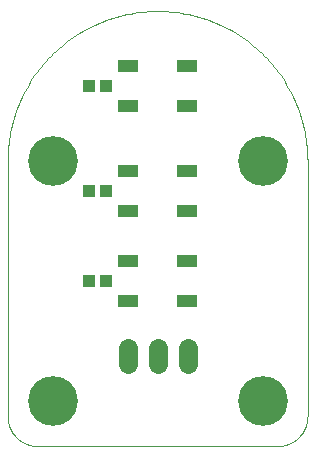
<source format=gts>
G75*
%MOIN*%
%OFA0B0*%
%FSLAX25Y25*%
%IPPOS*%
%LPD*%
%AMOC8*
5,1,8,0,0,1.08239X$1,22.5*
%
%ADD10R,0.03950X0.03950*%
%ADD11C,0.06343*%
%ADD12C,0.00000*%
%ADD13C,0.16611*%
%ADD14R,0.06706X0.04343*%
D10*
X0028847Y0079006D03*
X0034753Y0079006D03*
X0034753Y0109006D03*
X0028847Y0109006D03*
X0028847Y0144006D03*
X0034753Y0144006D03*
D11*
X0041800Y0056778D02*
X0041800Y0051234D01*
X0051800Y0051234D02*
X0051800Y0056778D01*
X0061800Y0056778D02*
X0061800Y0051234D01*
D12*
X0091800Y0024006D02*
X0011800Y0024006D01*
X0011558Y0024009D01*
X0011317Y0024018D01*
X0011076Y0024032D01*
X0010835Y0024053D01*
X0010595Y0024079D01*
X0010355Y0024111D01*
X0010116Y0024149D01*
X0009879Y0024192D01*
X0009642Y0024242D01*
X0009407Y0024297D01*
X0009173Y0024357D01*
X0008941Y0024424D01*
X0008710Y0024495D01*
X0008481Y0024573D01*
X0008254Y0024656D01*
X0008029Y0024744D01*
X0007806Y0024838D01*
X0007586Y0024937D01*
X0007368Y0025042D01*
X0007153Y0025151D01*
X0006940Y0025266D01*
X0006730Y0025386D01*
X0006524Y0025511D01*
X0006320Y0025641D01*
X0006119Y0025776D01*
X0005922Y0025916D01*
X0005728Y0026060D01*
X0005538Y0026209D01*
X0005352Y0026363D01*
X0005169Y0026521D01*
X0004990Y0026683D01*
X0004815Y0026850D01*
X0004644Y0027021D01*
X0004477Y0027196D01*
X0004315Y0027375D01*
X0004157Y0027558D01*
X0004003Y0027744D01*
X0003854Y0027934D01*
X0003710Y0028128D01*
X0003570Y0028325D01*
X0003435Y0028526D01*
X0003305Y0028730D01*
X0003180Y0028936D01*
X0003060Y0029146D01*
X0002945Y0029359D01*
X0002836Y0029574D01*
X0002731Y0029792D01*
X0002632Y0030012D01*
X0002538Y0030235D01*
X0002450Y0030460D01*
X0002367Y0030687D01*
X0002289Y0030916D01*
X0002218Y0031147D01*
X0002151Y0031379D01*
X0002091Y0031613D01*
X0002036Y0031848D01*
X0001986Y0032085D01*
X0001943Y0032322D01*
X0001905Y0032561D01*
X0001873Y0032801D01*
X0001847Y0033041D01*
X0001826Y0033282D01*
X0001812Y0033523D01*
X0001803Y0033764D01*
X0001800Y0034006D01*
X0001800Y0119006D01*
X0001815Y0120224D01*
X0001859Y0121440D01*
X0001933Y0122656D01*
X0002037Y0123869D01*
X0002170Y0125079D01*
X0002333Y0126286D01*
X0002525Y0127488D01*
X0002746Y0128686D01*
X0002996Y0129878D01*
X0003275Y0131063D01*
X0003583Y0132241D01*
X0003920Y0133411D01*
X0004285Y0134573D01*
X0004678Y0135725D01*
X0005099Y0136868D01*
X0005548Y0137999D01*
X0006024Y0139120D01*
X0006528Y0140229D01*
X0007058Y0141325D01*
X0007615Y0142408D01*
X0008198Y0143477D01*
X0008806Y0144531D01*
X0009441Y0145571D01*
X0010100Y0146594D01*
X0010784Y0147602D01*
X0011493Y0148592D01*
X0012225Y0149565D01*
X0012981Y0150519D01*
X0013760Y0151455D01*
X0014561Y0152372D01*
X0015385Y0153269D01*
X0016230Y0154145D01*
X0017096Y0155001D01*
X0017983Y0155836D01*
X0018890Y0156648D01*
X0019816Y0157438D01*
X0020762Y0158206D01*
X0021725Y0158950D01*
X0022707Y0159670D01*
X0023706Y0160367D01*
X0024721Y0161039D01*
X0025753Y0161686D01*
X0026800Y0162307D01*
X0027862Y0162903D01*
X0028938Y0163473D01*
X0030027Y0164017D01*
X0031130Y0164533D01*
X0032245Y0165023D01*
X0033371Y0165486D01*
X0034508Y0165921D01*
X0035656Y0166328D01*
X0036813Y0166707D01*
X0037979Y0167058D01*
X0039153Y0167380D01*
X0040335Y0167674D01*
X0041524Y0167939D01*
X0042718Y0168174D01*
X0043918Y0168381D01*
X0045123Y0168558D01*
X0046331Y0168706D01*
X0047543Y0168824D01*
X0048758Y0168913D01*
X0049974Y0168973D01*
X0051191Y0169002D01*
X0052409Y0169002D01*
X0053626Y0168973D01*
X0054842Y0168913D01*
X0056057Y0168824D01*
X0057269Y0168706D01*
X0058477Y0168558D01*
X0059682Y0168381D01*
X0060882Y0168174D01*
X0062076Y0167939D01*
X0063265Y0167674D01*
X0064447Y0167380D01*
X0065621Y0167058D01*
X0066787Y0166707D01*
X0067944Y0166328D01*
X0069092Y0165921D01*
X0070229Y0165486D01*
X0071355Y0165023D01*
X0072470Y0164533D01*
X0073573Y0164017D01*
X0074662Y0163473D01*
X0075738Y0162903D01*
X0076800Y0162307D01*
X0077847Y0161686D01*
X0078879Y0161039D01*
X0079894Y0160367D01*
X0080893Y0159670D01*
X0081875Y0158950D01*
X0082838Y0158206D01*
X0083784Y0157438D01*
X0084710Y0156648D01*
X0085617Y0155836D01*
X0086504Y0155001D01*
X0087370Y0154145D01*
X0088215Y0153269D01*
X0089039Y0152372D01*
X0089840Y0151455D01*
X0090619Y0150519D01*
X0091375Y0149565D01*
X0092107Y0148592D01*
X0092816Y0147602D01*
X0093500Y0146594D01*
X0094159Y0145571D01*
X0094794Y0144531D01*
X0095402Y0143477D01*
X0095985Y0142408D01*
X0096542Y0141325D01*
X0097072Y0140229D01*
X0097576Y0139120D01*
X0098052Y0137999D01*
X0098501Y0136868D01*
X0098922Y0135725D01*
X0099315Y0134573D01*
X0099680Y0133411D01*
X0100017Y0132241D01*
X0100325Y0131063D01*
X0100604Y0129878D01*
X0100854Y0128686D01*
X0101075Y0127488D01*
X0101267Y0126286D01*
X0101430Y0125079D01*
X0101563Y0123869D01*
X0101667Y0122656D01*
X0101741Y0121440D01*
X0101785Y0120224D01*
X0101800Y0119006D01*
X0101800Y0034006D01*
X0101797Y0033764D01*
X0101788Y0033523D01*
X0101774Y0033282D01*
X0101753Y0033041D01*
X0101727Y0032801D01*
X0101695Y0032561D01*
X0101657Y0032322D01*
X0101614Y0032085D01*
X0101564Y0031848D01*
X0101509Y0031613D01*
X0101449Y0031379D01*
X0101382Y0031147D01*
X0101311Y0030916D01*
X0101233Y0030687D01*
X0101150Y0030460D01*
X0101062Y0030235D01*
X0100968Y0030012D01*
X0100869Y0029792D01*
X0100764Y0029574D01*
X0100655Y0029359D01*
X0100540Y0029146D01*
X0100420Y0028936D01*
X0100295Y0028730D01*
X0100165Y0028526D01*
X0100030Y0028325D01*
X0099890Y0028128D01*
X0099746Y0027934D01*
X0099597Y0027744D01*
X0099443Y0027558D01*
X0099285Y0027375D01*
X0099123Y0027196D01*
X0098956Y0027021D01*
X0098785Y0026850D01*
X0098610Y0026683D01*
X0098431Y0026521D01*
X0098248Y0026363D01*
X0098062Y0026209D01*
X0097872Y0026060D01*
X0097678Y0025916D01*
X0097481Y0025776D01*
X0097280Y0025641D01*
X0097076Y0025511D01*
X0096870Y0025386D01*
X0096660Y0025266D01*
X0096447Y0025151D01*
X0096232Y0025042D01*
X0096014Y0024937D01*
X0095794Y0024838D01*
X0095571Y0024744D01*
X0095346Y0024656D01*
X0095119Y0024573D01*
X0094890Y0024495D01*
X0094659Y0024424D01*
X0094427Y0024357D01*
X0094193Y0024297D01*
X0093958Y0024242D01*
X0093721Y0024192D01*
X0093484Y0024149D01*
X0093245Y0024111D01*
X0093005Y0024079D01*
X0092765Y0024053D01*
X0092524Y0024032D01*
X0092283Y0024018D01*
X0092042Y0024009D01*
X0091800Y0024006D01*
D13*
X0086800Y0039006D03*
X0086800Y0119006D03*
X0016800Y0119006D03*
X0016800Y0039006D03*
D14*
X0041957Y0072313D03*
X0041957Y0085699D03*
X0041957Y0102313D03*
X0041957Y0115699D03*
X0041957Y0137313D03*
X0041957Y0150699D03*
X0061643Y0150699D03*
X0061643Y0137313D03*
X0061643Y0115699D03*
X0061643Y0102313D03*
X0061643Y0085699D03*
X0061643Y0072313D03*
M02*

</source>
